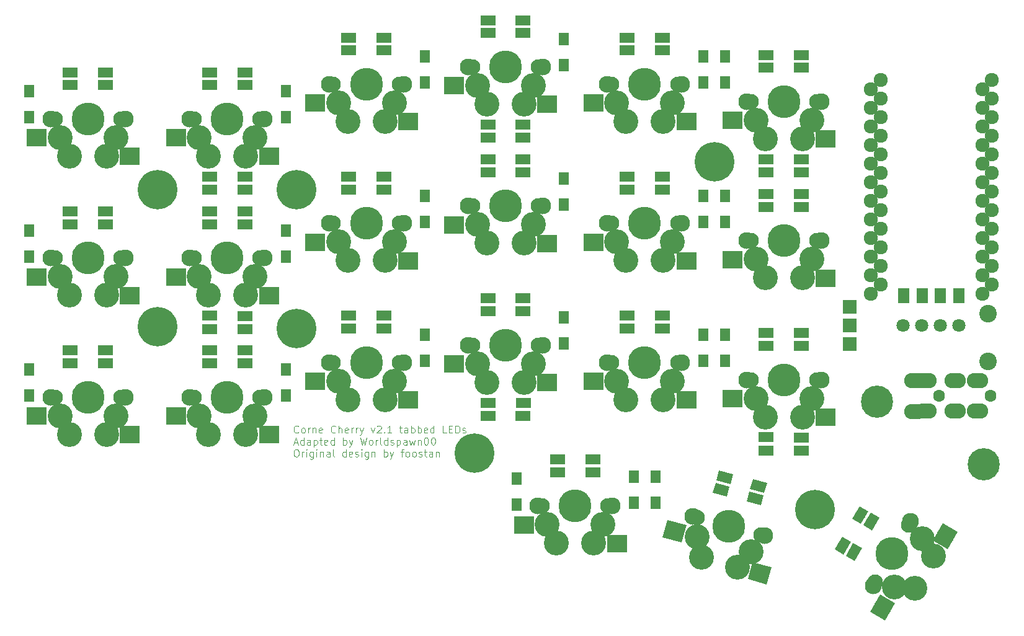
<source format=gts>
G04 #@! TF.GenerationSoftware,KiCad,Pcbnew,(5.1.2)-1*
G04 #@! TF.CreationDate,2020-04-25T11:27:45-05:00*
G04 #@! TF.ProjectId,corneWS2812NoSnap,636f726e-6557-4533-9238-31324e6f536e,2.1*
G04 #@! TF.SameCoordinates,Original*
G04 #@! TF.FileFunction,Soldermask,Top*
G04 #@! TF.FilePolarity,Negative*
%FSLAX46Y46*%
G04 Gerber Fmt 4.6, Leading zero omitted, Abs format (unit mm)*
G04 Created by KiCad (PCBNEW (5.1.2)-1) date 2020-04-25 11:27:45*
%MOMM*%
%LPD*%
G04 APERTURE LIST*
%ADD10C,0.125000*%
%ADD11C,2.100000*%
%ADD12C,2.300000*%
%ADD13C,4.500000*%
%ADD14C,3.400000*%
%ADD15R,2.700000X2.400000*%
%ADD16R,2.000000X1.400000*%
%ADD17C,1.400000*%
%ADD18C,0.100000*%
%ADD19C,1.600000*%
%ADD20O,2.900000X2.100000*%
%ADD21C,2.400000*%
%ADD22C,1.924000*%
%ADD23R,1.350000X1.700000*%
%ADD24R,1.543000X1.035000*%
%ADD25R,1.924000X1.924000*%
%ADD26C,1.797000*%
%ADD27C,5.400000*%
%ADD28C,4.400000*%
G04 APERTURE END LIST*
D10*
X98740773Y-119902142D02*
X98693154Y-119949761D01*
X98550297Y-119997380D01*
X98455059Y-119997380D01*
X98312202Y-119949761D01*
X98216964Y-119854523D01*
X98169345Y-119759285D01*
X98121726Y-119568809D01*
X98121726Y-119425952D01*
X98169345Y-119235476D01*
X98216964Y-119140238D01*
X98312202Y-119045000D01*
X98455059Y-118997380D01*
X98550297Y-118997380D01*
X98693154Y-119045000D01*
X98740773Y-119092619D01*
X99312202Y-119997380D02*
X99216964Y-119949761D01*
X99169345Y-119902142D01*
X99121726Y-119806904D01*
X99121726Y-119521190D01*
X99169345Y-119425952D01*
X99216964Y-119378333D01*
X99312202Y-119330714D01*
X99455059Y-119330714D01*
X99550297Y-119378333D01*
X99597916Y-119425952D01*
X99645535Y-119521190D01*
X99645535Y-119806904D01*
X99597916Y-119902142D01*
X99550297Y-119949761D01*
X99455059Y-119997380D01*
X99312202Y-119997380D01*
X100074107Y-119997380D02*
X100074107Y-119330714D01*
X100074107Y-119521190D02*
X100121726Y-119425952D01*
X100169345Y-119378333D01*
X100264583Y-119330714D01*
X100359821Y-119330714D01*
X100693154Y-119330714D02*
X100693154Y-119997380D01*
X100693154Y-119425952D02*
X100740773Y-119378333D01*
X100836011Y-119330714D01*
X100978869Y-119330714D01*
X101074107Y-119378333D01*
X101121726Y-119473571D01*
X101121726Y-119997380D01*
X101978869Y-119949761D02*
X101883630Y-119997380D01*
X101693154Y-119997380D01*
X101597916Y-119949761D01*
X101550297Y-119854523D01*
X101550297Y-119473571D01*
X101597916Y-119378333D01*
X101693154Y-119330714D01*
X101883630Y-119330714D01*
X101978869Y-119378333D01*
X102026488Y-119473571D01*
X102026488Y-119568809D01*
X101550297Y-119664047D01*
X103788392Y-119902142D02*
X103740773Y-119949761D01*
X103597916Y-119997380D01*
X103502678Y-119997380D01*
X103359821Y-119949761D01*
X103264583Y-119854523D01*
X103216964Y-119759285D01*
X103169345Y-119568809D01*
X103169345Y-119425952D01*
X103216964Y-119235476D01*
X103264583Y-119140238D01*
X103359821Y-119045000D01*
X103502678Y-118997380D01*
X103597916Y-118997380D01*
X103740773Y-119045000D01*
X103788392Y-119092619D01*
X104216964Y-119997380D02*
X104216964Y-118997380D01*
X104645535Y-119997380D02*
X104645535Y-119473571D01*
X104597916Y-119378333D01*
X104502678Y-119330714D01*
X104359821Y-119330714D01*
X104264583Y-119378333D01*
X104216964Y-119425952D01*
X105502678Y-119949761D02*
X105407440Y-119997380D01*
X105216964Y-119997380D01*
X105121726Y-119949761D01*
X105074107Y-119854523D01*
X105074107Y-119473571D01*
X105121726Y-119378333D01*
X105216964Y-119330714D01*
X105407440Y-119330714D01*
X105502678Y-119378333D01*
X105550297Y-119473571D01*
X105550297Y-119568809D01*
X105074107Y-119664047D01*
X105978869Y-119997380D02*
X105978869Y-119330714D01*
X105978869Y-119521190D02*
X106026488Y-119425952D01*
X106074107Y-119378333D01*
X106169345Y-119330714D01*
X106264583Y-119330714D01*
X106597916Y-119997380D02*
X106597916Y-119330714D01*
X106597916Y-119521190D02*
X106645535Y-119425952D01*
X106693154Y-119378333D01*
X106788392Y-119330714D01*
X106883630Y-119330714D01*
X107121726Y-119330714D02*
X107359821Y-119997380D01*
X107597916Y-119330714D02*
X107359821Y-119997380D01*
X107264583Y-120235476D01*
X107216964Y-120283095D01*
X107121726Y-120330714D01*
X108645535Y-119330714D02*
X108883630Y-119997380D01*
X109121726Y-119330714D01*
X109455059Y-119092619D02*
X109502678Y-119045000D01*
X109597916Y-118997380D01*
X109836011Y-118997380D01*
X109931250Y-119045000D01*
X109978869Y-119092619D01*
X110026488Y-119187857D01*
X110026488Y-119283095D01*
X109978869Y-119425952D01*
X109407440Y-119997380D01*
X110026488Y-119997380D01*
X110455059Y-119902142D02*
X110502678Y-119949761D01*
X110455059Y-119997380D01*
X110407440Y-119949761D01*
X110455059Y-119902142D01*
X110455059Y-119997380D01*
X111455059Y-119997380D02*
X110883630Y-119997380D01*
X111169345Y-119997380D02*
X111169345Y-118997380D01*
X111074107Y-119140238D01*
X110978869Y-119235476D01*
X110883630Y-119283095D01*
X112502678Y-119330714D02*
X112883630Y-119330714D01*
X112645535Y-118997380D02*
X112645535Y-119854523D01*
X112693154Y-119949761D01*
X112788392Y-119997380D01*
X112883630Y-119997380D01*
X113645535Y-119997380D02*
X113645535Y-119473571D01*
X113597916Y-119378333D01*
X113502678Y-119330714D01*
X113312202Y-119330714D01*
X113216964Y-119378333D01*
X113645535Y-119949761D02*
X113550297Y-119997380D01*
X113312202Y-119997380D01*
X113216964Y-119949761D01*
X113169345Y-119854523D01*
X113169345Y-119759285D01*
X113216964Y-119664047D01*
X113312202Y-119616428D01*
X113550297Y-119616428D01*
X113645535Y-119568809D01*
X114121726Y-119997380D02*
X114121726Y-118997380D01*
X114121726Y-119378333D02*
X114216964Y-119330714D01*
X114407440Y-119330714D01*
X114502678Y-119378333D01*
X114550297Y-119425952D01*
X114597916Y-119521190D01*
X114597916Y-119806904D01*
X114550297Y-119902142D01*
X114502678Y-119949761D01*
X114407440Y-119997380D01*
X114216964Y-119997380D01*
X114121726Y-119949761D01*
X115026488Y-119997380D02*
X115026488Y-118997380D01*
X115026488Y-119378333D02*
X115121726Y-119330714D01*
X115312202Y-119330714D01*
X115407440Y-119378333D01*
X115455059Y-119425952D01*
X115502678Y-119521190D01*
X115502678Y-119806904D01*
X115455059Y-119902142D01*
X115407440Y-119949761D01*
X115312202Y-119997380D01*
X115121726Y-119997380D01*
X115026488Y-119949761D01*
X116312202Y-119949761D02*
X116216964Y-119997380D01*
X116026488Y-119997380D01*
X115931250Y-119949761D01*
X115883630Y-119854523D01*
X115883630Y-119473571D01*
X115931250Y-119378333D01*
X116026488Y-119330714D01*
X116216964Y-119330714D01*
X116312202Y-119378333D01*
X116359821Y-119473571D01*
X116359821Y-119568809D01*
X115883630Y-119664047D01*
X117216964Y-119997380D02*
X117216964Y-118997380D01*
X117216964Y-119949761D02*
X117121726Y-119997380D01*
X116931250Y-119997380D01*
X116836011Y-119949761D01*
X116788392Y-119902142D01*
X116740773Y-119806904D01*
X116740773Y-119521190D01*
X116788392Y-119425952D01*
X116836011Y-119378333D01*
X116931250Y-119330714D01*
X117121726Y-119330714D01*
X117216964Y-119378333D01*
X118931249Y-119997380D02*
X118455059Y-119997380D01*
X118455059Y-118997380D01*
X119264583Y-119473571D02*
X119597916Y-119473571D01*
X119740773Y-119997380D02*
X119264583Y-119997380D01*
X119264583Y-118997380D01*
X119740773Y-118997380D01*
X120169345Y-119997380D02*
X120169345Y-118997380D01*
X120407440Y-118997380D01*
X120550297Y-119045000D01*
X120645535Y-119140238D01*
X120693154Y-119235476D01*
X120740773Y-119425952D01*
X120740773Y-119568809D01*
X120693154Y-119759285D01*
X120645535Y-119854523D01*
X120550297Y-119949761D01*
X120407440Y-119997380D01*
X120169345Y-119997380D01*
X121121726Y-119949761D02*
X121216964Y-119997380D01*
X121407440Y-119997380D01*
X121502678Y-119949761D01*
X121550297Y-119854523D01*
X121550297Y-119806904D01*
X121502678Y-119711666D01*
X121407440Y-119664047D01*
X121264583Y-119664047D01*
X121169345Y-119616428D01*
X121121726Y-119521190D01*
X121121726Y-119473571D01*
X121169345Y-119378333D01*
X121264583Y-119330714D01*
X121407440Y-119330714D01*
X121502678Y-119378333D01*
X98121726Y-121336666D02*
X98597916Y-121336666D01*
X98026488Y-121622380D02*
X98359821Y-120622380D01*
X98693154Y-121622380D01*
X99455059Y-121622380D02*
X99455059Y-120622380D01*
X99455059Y-121574761D02*
X99359821Y-121622380D01*
X99169345Y-121622380D01*
X99074107Y-121574761D01*
X99026488Y-121527142D01*
X98978869Y-121431904D01*
X98978869Y-121146190D01*
X99026488Y-121050952D01*
X99074107Y-121003333D01*
X99169345Y-120955714D01*
X99359821Y-120955714D01*
X99455059Y-121003333D01*
X100359821Y-121622380D02*
X100359821Y-121098571D01*
X100312202Y-121003333D01*
X100216964Y-120955714D01*
X100026488Y-120955714D01*
X99931250Y-121003333D01*
X100359821Y-121574761D02*
X100264583Y-121622380D01*
X100026488Y-121622380D01*
X99931250Y-121574761D01*
X99883630Y-121479523D01*
X99883630Y-121384285D01*
X99931250Y-121289047D01*
X100026488Y-121241428D01*
X100264583Y-121241428D01*
X100359821Y-121193809D01*
X100836011Y-120955714D02*
X100836011Y-121955714D01*
X100836011Y-121003333D02*
X100931250Y-120955714D01*
X101121726Y-120955714D01*
X101216964Y-121003333D01*
X101264583Y-121050952D01*
X101312202Y-121146190D01*
X101312202Y-121431904D01*
X101264583Y-121527142D01*
X101216964Y-121574761D01*
X101121726Y-121622380D01*
X100931250Y-121622380D01*
X100836011Y-121574761D01*
X101597916Y-120955714D02*
X101978869Y-120955714D01*
X101740773Y-120622380D02*
X101740773Y-121479523D01*
X101788392Y-121574761D01*
X101883630Y-121622380D01*
X101978869Y-121622380D01*
X102693154Y-121574761D02*
X102597916Y-121622380D01*
X102407440Y-121622380D01*
X102312202Y-121574761D01*
X102264583Y-121479523D01*
X102264583Y-121098571D01*
X102312202Y-121003333D01*
X102407440Y-120955714D01*
X102597916Y-120955714D01*
X102693154Y-121003333D01*
X102740773Y-121098571D01*
X102740773Y-121193809D01*
X102264583Y-121289047D01*
X103597916Y-121622380D02*
X103597916Y-120622380D01*
X103597916Y-121574761D02*
X103502678Y-121622380D01*
X103312202Y-121622380D01*
X103216964Y-121574761D01*
X103169345Y-121527142D01*
X103121726Y-121431904D01*
X103121726Y-121146190D01*
X103169345Y-121050952D01*
X103216964Y-121003333D01*
X103312202Y-120955714D01*
X103502678Y-120955714D01*
X103597916Y-121003333D01*
X104836011Y-121622380D02*
X104836011Y-120622380D01*
X104836011Y-121003333D02*
X104931250Y-120955714D01*
X105121726Y-120955714D01*
X105216964Y-121003333D01*
X105264583Y-121050952D01*
X105312202Y-121146190D01*
X105312202Y-121431904D01*
X105264583Y-121527142D01*
X105216964Y-121574761D01*
X105121726Y-121622380D01*
X104931250Y-121622380D01*
X104836011Y-121574761D01*
X105645535Y-120955714D02*
X105883630Y-121622380D01*
X106121726Y-120955714D02*
X105883630Y-121622380D01*
X105788392Y-121860476D01*
X105740773Y-121908095D01*
X105645535Y-121955714D01*
X107169345Y-120622380D02*
X107407440Y-121622380D01*
X107597916Y-120908095D01*
X107788392Y-121622380D01*
X108026488Y-120622380D01*
X108550297Y-121622380D02*
X108455059Y-121574761D01*
X108407440Y-121527142D01*
X108359821Y-121431904D01*
X108359821Y-121146190D01*
X108407440Y-121050952D01*
X108455059Y-121003333D01*
X108550297Y-120955714D01*
X108693154Y-120955714D01*
X108788392Y-121003333D01*
X108836011Y-121050952D01*
X108883630Y-121146190D01*
X108883630Y-121431904D01*
X108836011Y-121527142D01*
X108788392Y-121574761D01*
X108693154Y-121622380D01*
X108550297Y-121622380D01*
X109312202Y-121622380D02*
X109312202Y-120955714D01*
X109312202Y-121146190D02*
X109359821Y-121050952D01*
X109407440Y-121003333D01*
X109502678Y-120955714D01*
X109597916Y-120955714D01*
X110074107Y-121622380D02*
X109978869Y-121574761D01*
X109931250Y-121479523D01*
X109931250Y-120622380D01*
X110883630Y-121622380D02*
X110883630Y-120622380D01*
X110883630Y-121574761D02*
X110788392Y-121622380D01*
X110597916Y-121622380D01*
X110502678Y-121574761D01*
X110455059Y-121527142D01*
X110407440Y-121431904D01*
X110407440Y-121146190D01*
X110455059Y-121050952D01*
X110502678Y-121003333D01*
X110597916Y-120955714D01*
X110788392Y-120955714D01*
X110883630Y-121003333D01*
X111312202Y-121574761D02*
X111407440Y-121622380D01*
X111597916Y-121622380D01*
X111693154Y-121574761D01*
X111740773Y-121479523D01*
X111740773Y-121431904D01*
X111693154Y-121336666D01*
X111597916Y-121289047D01*
X111455059Y-121289047D01*
X111359821Y-121241428D01*
X111312202Y-121146190D01*
X111312202Y-121098571D01*
X111359821Y-121003333D01*
X111455059Y-120955714D01*
X111597916Y-120955714D01*
X111693154Y-121003333D01*
X112169345Y-120955714D02*
X112169345Y-121955714D01*
X112169345Y-121003333D02*
X112264583Y-120955714D01*
X112455059Y-120955714D01*
X112550297Y-121003333D01*
X112597916Y-121050952D01*
X112645535Y-121146190D01*
X112645535Y-121431904D01*
X112597916Y-121527142D01*
X112550297Y-121574761D01*
X112455059Y-121622380D01*
X112264583Y-121622380D01*
X112169345Y-121574761D01*
X113502678Y-121622380D02*
X113502678Y-121098571D01*
X113455059Y-121003333D01*
X113359821Y-120955714D01*
X113169345Y-120955714D01*
X113074107Y-121003333D01*
X113502678Y-121574761D02*
X113407440Y-121622380D01*
X113169345Y-121622380D01*
X113074107Y-121574761D01*
X113026488Y-121479523D01*
X113026488Y-121384285D01*
X113074107Y-121289047D01*
X113169345Y-121241428D01*
X113407440Y-121241428D01*
X113502678Y-121193809D01*
X113883630Y-120955714D02*
X114074107Y-121622380D01*
X114264583Y-121146190D01*
X114455059Y-121622380D01*
X114645535Y-120955714D01*
X115026488Y-120955714D02*
X115026488Y-121622380D01*
X115026488Y-121050952D02*
X115074107Y-121003333D01*
X115169345Y-120955714D01*
X115312202Y-120955714D01*
X115407440Y-121003333D01*
X115455059Y-121098571D01*
X115455059Y-121622380D01*
X116121726Y-120622380D02*
X116216964Y-120622380D01*
X116312202Y-120670000D01*
X116359821Y-120717619D01*
X116407440Y-120812857D01*
X116455059Y-121003333D01*
X116455059Y-121241428D01*
X116407440Y-121431904D01*
X116359821Y-121527142D01*
X116312202Y-121574761D01*
X116216964Y-121622380D01*
X116121726Y-121622380D01*
X116026488Y-121574761D01*
X115978869Y-121527142D01*
X115931250Y-121431904D01*
X115883630Y-121241428D01*
X115883630Y-121003333D01*
X115931250Y-120812857D01*
X115978869Y-120717619D01*
X116026488Y-120670000D01*
X116121726Y-120622380D01*
X117074107Y-120622380D02*
X117169345Y-120622380D01*
X117264583Y-120670000D01*
X117312202Y-120717619D01*
X117359821Y-120812857D01*
X117407440Y-121003333D01*
X117407440Y-121241428D01*
X117359821Y-121431904D01*
X117312202Y-121527142D01*
X117264583Y-121574761D01*
X117169345Y-121622380D01*
X117074107Y-121622380D01*
X116978869Y-121574761D01*
X116931250Y-121527142D01*
X116883630Y-121431904D01*
X116836011Y-121241428D01*
X116836011Y-121003333D01*
X116883630Y-120812857D01*
X116931250Y-120717619D01*
X116978869Y-120670000D01*
X117074107Y-120622380D01*
X98359821Y-122247380D02*
X98550297Y-122247380D01*
X98645535Y-122295000D01*
X98740773Y-122390238D01*
X98788392Y-122580714D01*
X98788392Y-122914047D01*
X98740773Y-123104523D01*
X98645535Y-123199761D01*
X98550297Y-123247380D01*
X98359821Y-123247380D01*
X98264583Y-123199761D01*
X98169345Y-123104523D01*
X98121726Y-122914047D01*
X98121726Y-122580714D01*
X98169345Y-122390238D01*
X98264583Y-122295000D01*
X98359821Y-122247380D01*
X99216964Y-123247380D02*
X99216964Y-122580714D01*
X99216964Y-122771190D02*
X99264583Y-122675952D01*
X99312202Y-122628333D01*
X99407440Y-122580714D01*
X99502678Y-122580714D01*
X99836011Y-123247380D02*
X99836011Y-122580714D01*
X99836011Y-122247380D02*
X99788392Y-122295000D01*
X99836011Y-122342619D01*
X99883630Y-122295000D01*
X99836011Y-122247380D01*
X99836011Y-122342619D01*
X100740773Y-122580714D02*
X100740773Y-123390238D01*
X100693154Y-123485476D01*
X100645535Y-123533095D01*
X100550297Y-123580714D01*
X100407440Y-123580714D01*
X100312202Y-123533095D01*
X100740773Y-123199761D02*
X100645535Y-123247380D01*
X100455059Y-123247380D01*
X100359821Y-123199761D01*
X100312202Y-123152142D01*
X100264583Y-123056904D01*
X100264583Y-122771190D01*
X100312202Y-122675952D01*
X100359821Y-122628333D01*
X100455059Y-122580714D01*
X100645535Y-122580714D01*
X100740773Y-122628333D01*
X101216964Y-123247380D02*
X101216964Y-122580714D01*
X101216964Y-122247380D02*
X101169345Y-122295000D01*
X101216964Y-122342619D01*
X101264583Y-122295000D01*
X101216964Y-122247380D01*
X101216964Y-122342619D01*
X101693154Y-122580714D02*
X101693154Y-123247380D01*
X101693154Y-122675952D02*
X101740773Y-122628333D01*
X101836011Y-122580714D01*
X101978869Y-122580714D01*
X102074107Y-122628333D01*
X102121726Y-122723571D01*
X102121726Y-123247380D01*
X103026488Y-123247380D02*
X103026488Y-122723571D01*
X102978869Y-122628333D01*
X102883630Y-122580714D01*
X102693154Y-122580714D01*
X102597916Y-122628333D01*
X103026488Y-123199761D02*
X102931250Y-123247380D01*
X102693154Y-123247380D01*
X102597916Y-123199761D01*
X102550297Y-123104523D01*
X102550297Y-123009285D01*
X102597916Y-122914047D01*
X102693154Y-122866428D01*
X102931250Y-122866428D01*
X103026488Y-122818809D01*
X103645535Y-123247380D02*
X103550297Y-123199761D01*
X103502678Y-123104523D01*
X103502678Y-122247380D01*
X105216964Y-123247380D02*
X105216964Y-122247380D01*
X105216964Y-123199761D02*
X105121726Y-123247380D01*
X104931250Y-123247380D01*
X104836011Y-123199761D01*
X104788392Y-123152142D01*
X104740773Y-123056904D01*
X104740773Y-122771190D01*
X104788392Y-122675952D01*
X104836011Y-122628333D01*
X104931250Y-122580714D01*
X105121726Y-122580714D01*
X105216964Y-122628333D01*
X106074107Y-123199761D02*
X105978869Y-123247380D01*
X105788392Y-123247380D01*
X105693154Y-123199761D01*
X105645535Y-123104523D01*
X105645535Y-122723571D01*
X105693154Y-122628333D01*
X105788392Y-122580714D01*
X105978869Y-122580714D01*
X106074107Y-122628333D01*
X106121726Y-122723571D01*
X106121726Y-122818809D01*
X105645535Y-122914047D01*
X106502678Y-123199761D02*
X106597916Y-123247380D01*
X106788392Y-123247380D01*
X106883630Y-123199761D01*
X106931250Y-123104523D01*
X106931250Y-123056904D01*
X106883630Y-122961666D01*
X106788392Y-122914047D01*
X106645535Y-122914047D01*
X106550297Y-122866428D01*
X106502678Y-122771190D01*
X106502678Y-122723571D01*
X106550297Y-122628333D01*
X106645535Y-122580714D01*
X106788392Y-122580714D01*
X106883630Y-122628333D01*
X107359821Y-123247380D02*
X107359821Y-122580714D01*
X107359821Y-122247380D02*
X107312202Y-122295000D01*
X107359821Y-122342619D01*
X107407440Y-122295000D01*
X107359821Y-122247380D01*
X107359821Y-122342619D01*
X108264583Y-122580714D02*
X108264583Y-123390238D01*
X108216964Y-123485476D01*
X108169345Y-123533095D01*
X108074107Y-123580714D01*
X107931250Y-123580714D01*
X107836011Y-123533095D01*
X108264583Y-123199761D02*
X108169345Y-123247380D01*
X107978869Y-123247380D01*
X107883630Y-123199761D01*
X107836011Y-123152142D01*
X107788392Y-123056904D01*
X107788392Y-122771190D01*
X107836011Y-122675952D01*
X107883630Y-122628333D01*
X107978869Y-122580714D01*
X108169345Y-122580714D01*
X108264583Y-122628333D01*
X108740773Y-122580714D02*
X108740773Y-123247380D01*
X108740773Y-122675952D02*
X108788392Y-122628333D01*
X108883630Y-122580714D01*
X109026488Y-122580714D01*
X109121726Y-122628333D01*
X109169345Y-122723571D01*
X109169345Y-123247380D01*
X110407440Y-123247380D02*
X110407440Y-122247380D01*
X110407440Y-122628333D02*
X110502678Y-122580714D01*
X110693154Y-122580714D01*
X110788392Y-122628333D01*
X110836011Y-122675952D01*
X110883630Y-122771190D01*
X110883630Y-123056904D01*
X110836011Y-123152142D01*
X110788392Y-123199761D01*
X110693154Y-123247380D01*
X110502678Y-123247380D01*
X110407440Y-123199761D01*
X111216964Y-122580714D02*
X111455059Y-123247380D01*
X111693154Y-122580714D02*
X111455059Y-123247380D01*
X111359821Y-123485476D01*
X111312202Y-123533095D01*
X111216964Y-123580714D01*
X112693154Y-122580714D02*
X113074107Y-122580714D01*
X112836011Y-123247380D02*
X112836011Y-122390238D01*
X112883630Y-122295000D01*
X112978869Y-122247380D01*
X113074107Y-122247380D01*
X113550297Y-123247380D02*
X113455059Y-123199761D01*
X113407440Y-123152142D01*
X113359821Y-123056904D01*
X113359821Y-122771190D01*
X113407440Y-122675952D01*
X113455059Y-122628333D01*
X113550297Y-122580714D01*
X113693154Y-122580714D01*
X113788392Y-122628333D01*
X113836011Y-122675952D01*
X113883630Y-122771190D01*
X113883630Y-123056904D01*
X113836011Y-123152142D01*
X113788392Y-123199761D01*
X113693154Y-123247380D01*
X113550297Y-123247380D01*
X114455059Y-123247380D02*
X114359821Y-123199761D01*
X114312202Y-123152142D01*
X114264583Y-123056904D01*
X114264583Y-122771190D01*
X114312202Y-122675952D01*
X114359821Y-122628333D01*
X114455059Y-122580714D01*
X114597916Y-122580714D01*
X114693154Y-122628333D01*
X114740773Y-122675952D01*
X114788392Y-122771190D01*
X114788392Y-123056904D01*
X114740773Y-123152142D01*
X114693154Y-123199761D01*
X114597916Y-123247380D01*
X114455059Y-123247380D01*
X115169345Y-123199761D02*
X115264583Y-123247380D01*
X115455059Y-123247380D01*
X115550297Y-123199761D01*
X115597916Y-123104523D01*
X115597916Y-123056904D01*
X115550297Y-122961666D01*
X115455059Y-122914047D01*
X115312202Y-122914047D01*
X115216964Y-122866428D01*
X115169345Y-122771190D01*
X115169345Y-122723571D01*
X115216964Y-122628333D01*
X115312202Y-122580714D01*
X115455059Y-122580714D01*
X115550297Y-122628333D01*
X115883630Y-122580714D02*
X116264583Y-122580714D01*
X116026488Y-122247380D02*
X116026488Y-123104523D01*
X116074107Y-123199761D01*
X116169345Y-123247380D01*
X116264583Y-123247380D01*
X117026488Y-123247380D02*
X117026488Y-122723571D01*
X116978869Y-122628333D01*
X116883630Y-122580714D01*
X116693154Y-122580714D01*
X116597916Y-122628333D01*
X117026488Y-123199761D02*
X116931250Y-123247380D01*
X116693154Y-123247380D01*
X116597916Y-123199761D01*
X116550297Y-123104523D01*
X116550297Y-123009285D01*
X116597916Y-122914047D01*
X116693154Y-122866428D01*
X116931250Y-122866428D01*
X117026488Y-122818809D01*
X117502678Y-122580714D02*
X117502678Y-123247380D01*
X117502678Y-122675952D02*
X117550297Y-122628333D01*
X117645535Y-122580714D01*
X117788392Y-122580714D01*
X117883630Y-122628333D01*
X117931250Y-122723571D01*
X117931250Y-123247380D01*
D11*
X65500000Y-77125000D03*
X74500000Y-77125000D03*
D12*
X75080000Y-77125000D03*
X64920000Y-77125000D03*
D13*
X70000000Y-77125000D03*
D14*
X67460000Y-82205000D03*
X66190000Y-79665001D03*
X72540000Y-82205000D03*
X73810000Y-79665000D03*
D15*
X75700000Y-82245000D03*
X63000000Y-79705000D03*
D11*
X65500000Y-115125000D03*
X74500000Y-115125000D03*
D12*
X75080000Y-115125000D03*
X64920000Y-115125000D03*
D13*
X70000000Y-115125000D03*
D14*
X67460000Y-120205000D03*
X66190000Y-117665001D03*
X72540000Y-120205000D03*
X73810000Y-117665000D03*
D15*
X75700000Y-120245000D03*
X63000000Y-117705000D03*
D16*
X167413000Y-120611000D03*
X167400000Y-122389000D03*
X162600000Y-120597000D03*
X162600000Y-122403000D03*
X129413000Y-115911000D03*
X129400000Y-117689000D03*
X124600000Y-115897000D03*
X124600000Y-117703000D03*
X91413000Y-104011000D03*
X91400000Y-105789000D03*
X86600000Y-103997000D03*
X86600000Y-105803000D03*
X86587000Y-86789000D03*
X86600000Y-85011000D03*
X91400000Y-86803000D03*
X91400000Y-84997000D03*
X124587000Y-79689000D03*
X124600000Y-77911000D03*
X129400000Y-79703000D03*
X129400000Y-77897000D03*
X162587000Y-84389000D03*
X162600000Y-82611000D03*
X167400000Y-84403000D03*
X167400000Y-82597000D03*
X167400000Y-89125000D03*
X167400000Y-87375000D03*
X162600000Y-89125000D03*
X162600000Y-87375000D03*
X138900000Y-125375000D03*
X138900000Y-123625000D03*
X134100000Y-125375000D03*
X134100000Y-123625000D03*
X72400000Y-110500000D03*
X72400000Y-108750000D03*
X67600000Y-110500000D03*
X67600000Y-108750000D03*
X148400000Y-86750000D03*
X148400000Y-85000000D03*
X143600000Y-86750000D03*
X143600000Y-85000000D03*
D17*
X173042228Y-135390961D03*
D18*
G36*
X172936010Y-134174936D02*
G01*
X174148446Y-134874936D01*
X173148446Y-136606986D01*
X171936010Y-135906986D01*
X172936010Y-134174936D01*
X172936010Y-134174936D01*
G37*
D17*
X174557772Y-136265961D03*
D18*
G36*
X174451554Y-135049936D02*
G01*
X175663990Y-135749936D01*
X174663990Y-137481986D01*
X173451554Y-136781986D01*
X174451554Y-135049936D01*
X174451554Y-135049936D01*
G37*
D17*
X175442228Y-131234039D03*
D18*
G36*
X175336010Y-130018014D02*
G01*
X176548446Y-130718014D01*
X175548446Y-132450064D01*
X174336010Y-131750064D01*
X175336010Y-130018014D01*
X175336010Y-130018014D01*
G37*
D17*
X176957772Y-132109039D03*
D18*
G36*
X176851554Y-130893014D02*
G01*
X178063990Y-131593014D01*
X177063990Y-133325064D01*
X175851554Y-132625064D01*
X176851554Y-130893014D01*
X176851554Y-130893014D01*
G37*
D17*
X161091755Y-128966351D03*
D18*
G36*
X159944656Y-129383680D02*
G01*
X160307003Y-128031384D01*
X162238854Y-128549022D01*
X161876507Y-129901318D01*
X159944656Y-129383680D01*
X159944656Y-129383680D01*
G37*
D17*
X161544689Y-127275981D03*
D18*
G36*
X160397590Y-127693310D02*
G01*
X160759937Y-126341014D01*
X162691788Y-126858652D01*
X162329441Y-128210948D01*
X160397590Y-127693310D01*
X160397590Y-127693310D01*
G37*
D17*
X156455311Y-127724019D03*
D18*
G36*
X155308212Y-128141348D02*
G01*
X155670559Y-126789052D01*
X157602410Y-127306690D01*
X157240063Y-128658986D01*
X155308212Y-128141348D01*
X155308212Y-128141348D01*
G37*
D17*
X156908245Y-126033649D03*
D18*
G36*
X155761146Y-126450978D02*
G01*
X156123493Y-125098682D01*
X158055344Y-125616320D01*
X157692997Y-126968616D01*
X155761146Y-126450978D01*
X155761146Y-126450978D01*
G37*
D16*
X167400000Y-108125000D03*
X167400000Y-106375000D03*
X162600000Y-108125000D03*
X162600000Y-106375000D03*
X148400000Y-105750000D03*
X148400000Y-104000000D03*
X143600000Y-105750000D03*
X143600000Y-104000000D03*
X129400000Y-103375000D03*
X129400000Y-101625000D03*
X124600000Y-103375000D03*
X124600000Y-101625000D03*
X110400000Y-105750000D03*
X110400000Y-104000000D03*
X105600000Y-105750000D03*
X105600000Y-104000000D03*
X91400000Y-110500000D03*
X91400000Y-108750000D03*
X86600000Y-110500000D03*
X86600000Y-108750000D03*
X129400000Y-84375000D03*
X129400000Y-82625000D03*
X124600000Y-84375000D03*
X124600000Y-82625000D03*
X110400000Y-86750000D03*
X110400000Y-85000000D03*
X105600000Y-86750000D03*
X105600000Y-85000000D03*
X91400000Y-91500000D03*
X91400000Y-89750000D03*
X86600000Y-91500000D03*
X86600000Y-89750000D03*
X72400000Y-91500000D03*
X72400000Y-89750000D03*
X67600000Y-91500000D03*
X67600000Y-89750000D03*
X167400000Y-70125000D03*
X167400000Y-68375000D03*
X162600000Y-70125000D03*
X162600000Y-68375000D03*
X148400000Y-67750000D03*
X148400000Y-66000000D03*
X143600000Y-67750000D03*
X143600000Y-66000000D03*
X129400000Y-65375000D03*
X129400000Y-63625000D03*
X124600000Y-65375000D03*
X124600000Y-63625000D03*
X110400000Y-67750000D03*
X110400000Y-66000000D03*
X105600000Y-67750000D03*
X105600000Y-66000000D03*
X91400000Y-72500000D03*
X91400000Y-70750000D03*
X86600000Y-72500000D03*
X86600000Y-70750000D03*
X72400000Y-72500000D03*
X72400000Y-70750000D03*
X67600000Y-72500000D03*
X67600000Y-70750000D03*
D19*
X186200000Y-114950000D03*
X193200000Y-114950000D03*
D20*
X184400000Y-112850000D03*
X182900000Y-117050000D03*
X191400000Y-112850000D03*
X188400000Y-112850000D03*
D19*
X193200000Y-114922000D03*
X186200000Y-114922000D03*
D20*
X191400000Y-117022000D03*
X188400000Y-117022000D03*
X184400000Y-117022000D03*
X182900000Y-112822000D03*
D11*
X160500000Y-112750000D03*
X169500000Y-112750000D03*
D12*
X170080000Y-112750000D03*
X159920000Y-112750000D03*
D13*
X165000000Y-112750000D03*
D14*
X162460000Y-117830000D03*
X161190000Y-115290001D03*
X167540000Y-117830000D03*
X168810000Y-115290000D03*
D15*
X170700000Y-117870000D03*
X158000000Y-115330000D03*
D11*
X103500000Y-72375000D03*
X112500000Y-72375000D03*
D12*
X113080000Y-72375000D03*
X102920000Y-72375000D03*
D13*
X108000000Y-72375000D03*
D14*
X105460000Y-77455000D03*
X104190000Y-74915001D03*
X110540000Y-77455000D03*
X111810000Y-74915000D03*
D15*
X113700000Y-77495000D03*
X101000000Y-74955000D03*
D11*
X177500000Y-140397114D03*
X182000000Y-132602886D03*
D12*
X182290000Y-132100591D03*
X177210000Y-140899409D03*
D13*
X179750000Y-136500000D03*
D14*
X182879409Y-141239705D03*
X180044705Y-141069557D03*
X185419409Y-136840295D03*
X183854705Y-134470443D03*
D21*
X187034050Y-134123655D03*
D18*
G36*
X187398280Y-135892789D02*
G01*
X185319820Y-134692789D01*
X186669820Y-132354521D01*
X188748280Y-133554521D01*
X187398280Y-135892789D01*
X187398280Y-135892789D01*
G37*
D21*
X178484346Y-143852178D03*
D18*
G36*
X178848576Y-145621312D02*
G01*
X176770116Y-144421312D01*
X178120116Y-142083044D01*
X180198576Y-143283044D01*
X178848576Y-145621312D01*
X178848576Y-145621312D01*
G37*
D11*
X132000000Y-130000000D03*
X141000000Y-130000000D03*
D12*
X141580000Y-130000000D03*
X131420000Y-130000000D03*
D13*
X136500000Y-130000000D03*
D14*
X133960000Y-135080000D03*
X132690000Y-132540001D03*
X139040000Y-135080000D03*
X140310000Y-132540000D03*
D15*
X142200000Y-135120000D03*
X129500000Y-132580000D03*
D11*
X103500000Y-110375000D03*
X112500000Y-110375000D03*
D12*
X113080000Y-110375000D03*
X102920000Y-110375000D03*
D13*
X108000000Y-110375000D03*
D14*
X105460000Y-115455000D03*
X104190000Y-112915001D03*
X110540000Y-115455000D03*
X111810000Y-112915000D03*
D15*
X113700000Y-115495000D03*
X101000000Y-112955000D03*
D11*
X84500000Y-115125000D03*
X93500000Y-115125000D03*
D12*
X94080000Y-115125000D03*
X83920000Y-115125000D03*
D13*
X89000000Y-115125000D03*
D14*
X86460000Y-120205000D03*
X85190000Y-117665001D03*
X91540000Y-120205000D03*
X92810000Y-117665000D03*
D15*
X94700000Y-120245000D03*
X82000000Y-117705000D03*
D11*
X160500000Y-93750000D03*
X169500000Y-93750000D03*
D12*
X170080000Y-93750000D03*
X159920000Y-93750000D03*
D13*
X165000000Y-93750000D03*
D14*
X162460000Y-98830000D03*
X161190000Y-96290001D03*
X167540000Y-98830000D03*
X168810000Y-96290000D03*
D15*
X170700000Y-98870000D03*
X158000000Y-96330000D03*
D11*
X141500000Y-91375000D03*
X150500000Y-91375000D03*
D12*
X151080000Y-91375000D03*
X140920000Y-91375000D03*
D13*
X146000000Y-91375000D03*
D14*
X143460000Y-96455000D03*
X142190000Y-93915001D03*
X148540000Y-96455000D03*
X149810000Y-93915000D03*
D15*
X151700000Y-96495000D03*
X139000000Y-93955000D03*
D11*
X122500000Y-89000000D03*
X131500000Y-89000000D03*
D12*
X132080000Y-89000000D03*
X121920000Y-89000000D03*
D13*
X127000000Y-89000000D03*
D14*
X124460000Y-94080000D03*
X123190000Y-91540001D03*
X129540000Y-94080000D03*
X130810000Y-91540000D03*
D15*
X132700000Y-94120000D03*
X120000000Y-91580000D03*
D11*
X103500000Y-91375000D03*
X112500000Y-91375000D03*
D12*
X113080000Y-91375000D03*
X102920000Y-91375000D03*
D13*
X108000000Y-91375000D03*
D14*
X105460000Y-96455000D03*
X104190000Y-93915001D03*
X110540000Y-96455000D03*
X111810000Y-93915000D03*
D15*
X113700000Y-96495000D03*
X101000000Y-93955000D03*
D11*
X84500000Y-96125000D03*
X93500000Y-96125000D03*
D12*
X94080000Y-96125000D03*
X83920000Y-96125000D03*
D13*
X89000000Y-96125000D03*
D14*
X86460000Y-101205000D03*
X85190000Y-98665001D03*
X91540000Y-101205000D03*
X92810000Y-98665000D03*
D15*
X94700000Y-101245000D03*
X82000000Y-98705000D03*
D11*
X65500000Y-96125000D03*
X74500000Y-96125000D03*
D12*
X75080000Y-96125000D03*
X64920000Y-96125000D03*
D13*
X70000000Y-96125000D03*
D14*
X67460000Y-101205000D03*
X66190000Y-98665001D03*
X72540000Y-101205000D03*
X73810000Y-98665000D03*
D15*
X75700000Y-101245000D03*
X63000000Y-98705000D03*
D11*
X160500000Y-74750000D03*
X169500000Y-74750000D03*
D12*
X170080000Y-74750000D03*
X159920000Y-74750000D03*
D13*
X165000000Y-74750000D03*
D14*
X162460000Y-79830000D03*
X161190000Y-77290001D03*
X167540000Y-79830000D03*
X168810000Y-77290000D03*
D15*
X170700000Y-79870000D03*
X158000000Y-77330000D03*
D11*
X141500000Y-72375000D03*
X150500000Y-72375000D03*
D12*
X151080000Y-72375000D03*
X140920000Y-72375000D03*
D13*
X146000000Y-72375000D03*
D14*
X143460000Y-77455000D03*
X142190000Y-74915001D03*
X148540000Y-77455000D03*
X149810000Y-74915000D03*
D15*
X151700000Y-77495000D03*
X139000000Y-74955000D03*
D11*
X84500000Y-77125000D03*
X93500000Y-77125000D03*
D12*
X94080000Y-77125000D03*
X83920000Y-77125000D03*
D13*
X89000000Y-77125000D03*
D14*
X86460000Y-82205000D03*
X85190000Y-79665001D03*
X91540000Y-82205000D03*
X92810000Y-79665000D03*
D15*
X94700000Y-82245000D03*
X82000000Y-79705000D03*
D11*
X141500000Y-110375000D03*
X150500000Y-110375000D03*
D12*
X151080000Y-110375000D03*
X140920000Y-110375000D03*
D13*
X146000000Y-110375000D03*
D14*
X143460000Y-115455000D03*
X142190000Y-112915001D03*
X148540000Y-115455000D03*
X149810000Y-112915000D03*
D15*
X151700000Y-115495000D03*
X139000000Y-112955000D03*
D11*
X153153334Y-131585314D03*
X161846666Y-133914686D03*
D12*
X162406903Y-134064801D03*
X152593097Y-131435199D03*
D13*
X157500000Y-132750000D03*
D14*
X153731748Y-136999503D03*
X153162422Y-134217352D03*
X158638651Y-138314304D03*
X160522777Y-136189552D03*
D21*
X161680624Y-139170809D03*
D18*
G36*
X160066041Y-139980514D02*
G01*
X160687207Y-137662292D01*
X163295207Y-138361104D01*
X162674041Y-140679326D01*
X160066041Y-139980514D01*
X160066041Y-139980514D01*
G37*
D21*
X150070766Y-133430355D03*
D18*
G36*
X148456183Y-134240060D02*
G01*
X149077349Y-131921838D01*
X151685349Y-132620650D01*
X151064183Y-134938872D01*
X148456183Y-134240060D01*
X148456183Y-134240060D01*
G37*
D11*
X122500000Y-70000000D03*
X131500000Y-70000000D03*
D12*
X132080000Y-70000000D03*
X121920000Y-70000000D03*
D13*
X127000000Y-70000000D03*
D14*
X124460000Y-75080000D03*
X123190000Y-72540001D03*
X129540000Y-75080000D03*
X130810000Y-72540000D03*
D15*
X132700000Y-75120000D03*
X120000000Y-72580000D03*
D11*
X122500000Y-108000000D03*
X131500000Y-108000000D03*
D12*
X132080000Y-108000000D03*
X121920000Y-108000000D03*
D13*
X127000000Y-108000000D03*
D14*
X124460000Y-113080000D03*
X123190000Y-110540001D03*
X129540000Y-113080000D03*
X130810000Y-110540000D03*
D15*
X132700000Y-113120000D03*
X120000000Y-110580000D03*
D22*
X192100000Y-73042000D03*
X192100000Y-75582000D03*
X192100000Y-78122000D03*
X192100000Y-80662000D03*
X192100000Y-83202000D03*
X192100000Y-85742000D03*
X192100000Y-88282000D03*
X192100000Y-90822000D03*
X192100000Y-93362000D03*
X192100000Y-95902000D03*
X192100000Y-98442000D03*
X192100000Y-100982000D03*
X176860000Y-100982000D03*
X176860000Y-98442000D03*
X176860000Y-95902000D03*
X176860000Y-93362000D03*
X176860000Y-90822000D03*
X176860000Y-88282000D03*
X176860000Y-85742000D03*
X176860000Y-83202000D03*
X176860000Y-80662000D03*
X176860000Y-78122000D03*
X176860000Y-75582000D03*
X176860000Y-73042000D03*
X193406400Y-71772000D03*
X193406400Y-74312000D03*
X193406400Y-76852000D03*
X193406400Y-79392000D03*
X193406400Y-81932000D03*
X193406400Y-84472000D03*
X193406400Y-87012000D03*
X193406400Y-89552000D03*
X193406400Y-92092000D03*
X193406400Y-94632000D03*
X193406400Y-97172000D03*
X193406400Y-99712000D03*
X178186400Y-99712000D03*
X178186400Y-97172000D03*
X178186400Y-94632000D03*
X178186400Y-92092000D03*
X178186400Y-89552000D03*
X178186400Y-87012000D03*
X178186400Y-84472000D03*
X178186400Y-81932000D03*
X178186400Y-79392000D03*
X178186400Y-76852000D03*
X178186400Y-74312000D03*
X178186400Y-71772000D03*
D23*
X154000000Y-72150000D03*
X154000000Y-68600000D03*
X62000000Y-76900000D03*
X62000000Y-73350000D03*
X97000000Y-76900000D03*
X97000000Y-73350000D03*
X116000000Y-72150000D03*
X116000000Y-68600000D03*
X135000000Y-69775000D03*
X135000000Y-66225000D03*
X157000000Y-72150000D03*
X157000000Y-68600000D03*
X62000000Y-95900000D03*
X62000000Y-92350000D03*
X97000000Y-95900000D03*
X97000000Y-92350000D03*
X116000000Y-91150000D03*
X116000000Y-87600000D03*
X135000000Y-88775000D03*
X135000000Y-85225000D03*
X154000000Y-91150000D03*
X154000000Y-87600000D03*
X157000000Y-91150000D03*
X157000000Y-87600000D03*
X62000000Y-114900000D03*
X62000000Y-111350000D03*
X97000000Y-114900000D03*
X97000000Y-111350000D03*
X116000000Y-110150000D03*
X116000000Y-106600000D03*
X135000000Y-107775000D03*
X135000000Y-104225000D03*
X157000000Y-110150000D03*
X157000000Y-106600000D03*
X128500000Y-129775000D03*
X128500000Y-126225000D03*
X144500000Y-129525000D03*
X144500000Y-125975000D03*
X147500000Y-129525000D03*
X147500000Y-125975000D03*
X154000000Y-110150000D03*
X154000000Y-106600000D03*
D24*
X188875000Y-100749620D03*
X188875000Y-101750380D03*
X186375000Y-100749620D03*
X186375000Y-101750380D03*
X183875000Y-100749620D03*
X183875000Y-101750380D03*
X181375000Y-100749620D03*
X181375000Y-101750380D03*
D25*
X174000000Y-102820000D03*
X174000000Y-105360000D03*
X174000000Y-107900000D03*
D26*
X181300000Y-105300000D03*
X183840000Y-105300000D03*
X186380000Y-105300000D03*
X188920000Y-105300000D03*
D27*
X79500000Y-105500000D03*
D28*
X177750000Y-115750000D03*
X192250000Y-124250000D03*
D27*
X79500000Y-86750000D03*
X98500000Y-86750000D03*
X98500000Y-105750000D03*
X155500000Y-83000000D03*
X122750000Y-122750000D03*
X169250000Y-130500000D03*
D21*
X192900000Y-103750000D03*
X192900000Y-110250000D03*
M02*

</source>
